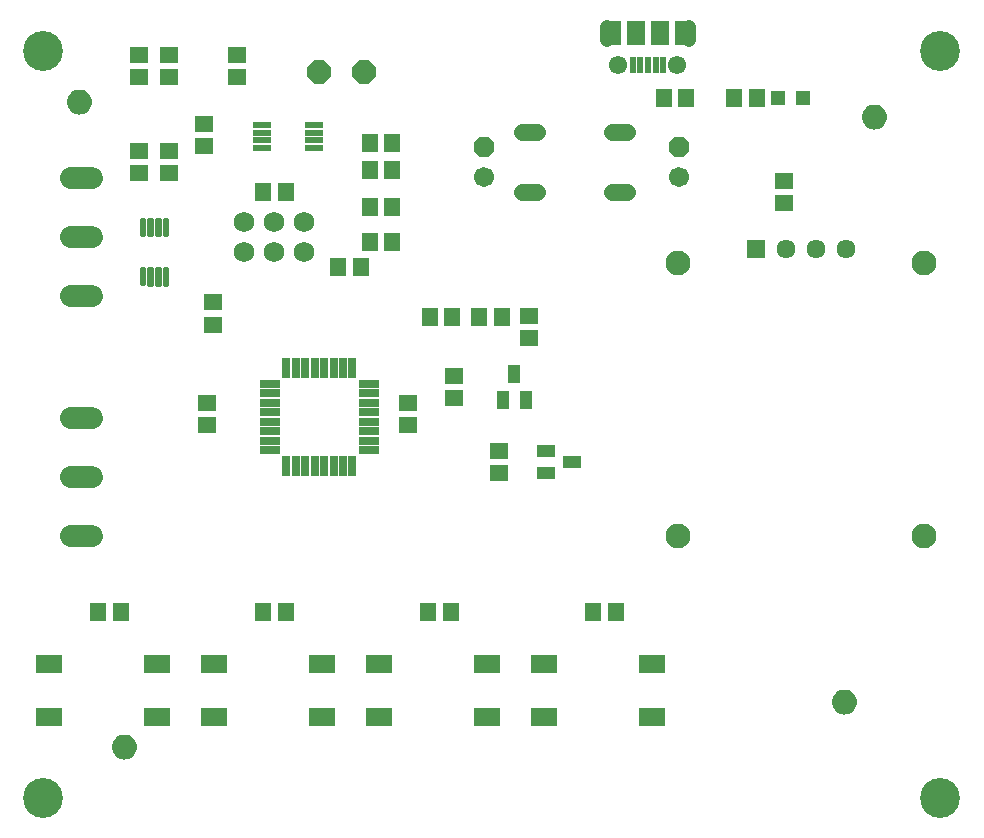
<source format=gts>
G04 EAGLE Gerber RS-274X export*
G75*
%MOMM*%
%FSLAX34Y34*%
%LPD*%
%INSoldermask Top*%
%IPPOS*%
%AMOC8*
5,1,8,0,0,1.08239X$1,22.5*%
G01*
%ADD10C,3.378200*%
%ADD11R,1.401600X1.601600*%
%ADD12P,1.842011X8X112.500000*%
%ADD13C,1.701800*%
%ADD14R,1.601600X1.401600*%
%ADD15C,1.422400*%
%ADD16C,1.727200*%
%ADD17C,1.551600*%
%ADD18R,0.501600X1.451600*%
%ADD19R,1.601600X2.001600*%
%ADD20R,1.301600X2.001600*%
%ADD21C,1.209600*%
%ADD22P,2.199416X8X22.500000*%
%ADD23R,1.301600X1.301600*%
%ADD24R,1.101600X1.501600*%
%ADD25R,1.501600X1.101600*%
%ADD26C,1.901600*%
%ADD27R,2.209800X1.498600*%
%ADD28R,1.609600X1.609600*%
%ADD29C,1.609600*%
%ADD30C,2.101600*%
%ADD31C,0.327659*%
%ADD32C,0.322197*%
%ADD33R,1.701600X0.651600*%
%ADD34R,0.651600X1.701600*%
%ADD35R,1.600200X0.533400*%

G36*
X65292Y611820D02*
X65292Y611820D01*
X65335Y611832D01*
X65401Y611839D01*
X67084Y612290D01*
X67125Y612309D01*
X67188Y612328D01*
X68768Y613065D01*
X68805Y613091D01*
X68864Y613120D01*
X70292Y614120D01*
X70323Y614152D01*
X70376Y614191D01*
X71609Y615424D01*
X71634Y615460D01*
X71680Y615508D01*
X72680Y616936D01*
X72698Y616977D01*
X72735Y617032D01*
X73472Y618612D01*
X73483Y618655D01*
X73510Y618716D01*
X73961Y620399D01*
X73963Y620431D01*
X73970Y620452D01*
X73970Y620467D01*
X73980Y620508D01*
X74132Y622245D01*
X74128Y622289D01*
X74132Y622355D01*
X73980Y624092D01*
X73968Y624135D01*
X73961Y624201D01*
X73510Y625884D01*
X73491Y625925D01*
X73472Y625988D01*
X72735Y627568D01*
X72709Y627605D01*
X72680Y627664D01*
X71680Y629092D01*
X71648Y629123D01*
X71609Y629176D01*
X70376Y630409D01*
X70340Y630434D01*
X70292Y630480D01*
X68864Y631480D01*
X68823Y631498D01*
X68768Y631535D01*
X67188Y632272D01*
X67145Y632283D01*
X67084Y632310D01*
X65401Y632761D01*
X65356Y632764D01*
X65292Y632780D01*
X63555Y632932D01*
X63511Y632928D01*
X63445Y632932D01*
X61708Y632780D01*
X61665Y632768D01*
X61599Y632761D01*
X59916Y632310D01*
X59875Y632291D01*
X59812Y632272D01*
X58232Y631535D01*
X58195Y631509D01*
X58136Y631480D01*
X56708Y630480D01*
X56677Y630448D01*
X56624Y630409D01*
X55391Y629176D01*
X55366Y629140D01*
X55320Y629092D01*
X54320Y627664D01*
X54302Y627623D01*
X54265Y627568D01*
X53528Y625988D01*
X53517Y625945D01*
X53490Y625884D01*
X53039Y624201D01*
X53036Y624156D01*
X53020Y624092D01*
X52868Y622355D01*
X52872Y622311D01*
X52868Y622245D01*
X53020Y620508D01*
X53032Y620465D01*
X53036Y620431D01*
X53036Y620415D01*
X53038Y620410D01*
X53039Y620399D01*
X53490Y618716D01*
X53509Y618675D01*
X53528Y618612D01*
X54265Y617032D01*
X54291Y616995D01*
X54320Y616936D01*
X55320Y615508D01*
X55352Y615477D01*
X55391Y615424D01*
X56624Y614191D01*
X56660Y614166D01*
X56708Y614120D01*
X58136Y613120D01*
X58177Y613102D01*
X58232Y613065D01*
X59812Y612328D01*
X59855Y612317D01*
X59916Y612290D01*
X61599Y611839D01*
X61644Y611836D01*
X61708Y611820D01*
X63445Y611668D01*
X63489Y611672D01*
X63555Y611668D01*
X65292Y611820D01*
G37*
G36*
X738392Y599120D02*
X738392Y599120D01*
X738435Y599132D01*
X738501Y599139D01*
X740184Y599590D01*
X740225Y599609D01*
X740288Y599628D01*
X741868Y600365D01*
X741905Y600391D01*
X741964Y600420D01*
X743392Y601420D01*
X743423Y601452D01*
X743476Y601491D01*
X744709Y602724D01*
X744734Y602760D01*
X744780Y602808D01*
X745780Y604236D01*
X745798Y604277D01*
X745835Y604332D01*
X746572Y605912D01*
X746583Y605955D01*
X746610Y606016D01*
X747061Y607699D01*
X747063Y607731D01*
X747070Y607752D01*
X747070Y607767D01*
X747080Y607808D01*
X747232Y609545D01*
X747228Y609589D01*
X747232Y609655D01*
X747080Y611392D01*
X747068Y611435D01*
X747061Y611501D01*
X746610Y613184D01*
X746591Y613225D01*
X746572Y613288D01*
X745835Y614868D01*
X745809Y614905D01*
X745780Y614964D01*
X744780Y616392D01*
X744748Y616423D01*
X744709Y616476D01*
X743476Y617709D01*
X743440Y617734D01*
X743392Y617780D01*
X741964Y618780D01*
X741923Y618798D01*
X741868Y618835D01*
X740288Y619572D01*
X740245Y619583D01*
X740184Y619610D01*
X738501Y620061D01*
X738456Y620064D01*
X738392Y620080D01*
X736655Y620232D01*
X736611Y620228D01*
X736545Y620232D01*
X734808Y620080D01*
X734765Y620068D01*
X734699Y620061D01*
X733016Y619610D01*
X732975Y619591D01*
X732912Y619572D01*
X731332Y618835D01*
X731295Y618809D01*
X731236Y618780D01*
X729808Y617780D01*
X729777Y617748D01*
X729724Y617709D01*
X728491Y616476D01*
X728466Y616440D01*
X728420Y616392D01*
X727420Y614964D01*
X727402Y614923D01*
X727365Y614868D01*
X726628Y613288D01*
X726617Y613245D01*
X726590Y613184D01*
X726139Y611501D01*
X726136Y611456D01*
X726120Y611392D01*
X725968Y609655D01*
X725972Y609611D01*
X725968Y609545D01*
X726120Y607808D01*
X726132Y607765D01*
X726136Y607731D01*
X726136Y607715D01*
X726138Y607710D01*
X726139Y607699D01*
X726590Y606016D01*
X726609Y605975D01*
X726628Y605912D01*
X727365Y604332D01*
X727391Y604295D01*
X727420Y604236D01*
X728420Y602808D01*
X728452Y602777D01*
X728491Y602724D01*
X729724Y601491D01*
X729760Y601466D01*
X729808Y601420D01*
X731236Y600420D01*
X731277Y600402D01*
X731332Y600365D01*
X732912Y599628D01*
X732955Y599617D01*
X733016Y599590D01*
X734699Y599139D01*
X734744Y599136D01*
X734808Y599120D01*
X736545Y598968D01*
X736589Y598972D01*
X736655Y598968D01*
X738392Y599120D01*
G37*
G36*
X712992Y103820D02*
X712992Y103820D01*
X713035Y103832D01*
X713101Y103839D01*
X714784Y104290D01*
X714825Y104309D01*
X714888Y104328D01*
X716468Y105065D01*
X716505Y105091D01*
X716564Y105120D01*
X717992Y106120D01*
X718023Y106152D01*
X718076Y106191D01*
X719309Y107424D01*
X719334Y107460D01*
X719380Y107508D01*
X720380Y108936D01*
X720398Y108977D01*
X720435Y109032D01*
X721172Y110612D01*
X721183Y110655D01*
X721210Y110716D01*
X721661Y112399D01*
X721663Y112431D01*
X721670Y112452D01*
X721670Y112467D01*
X721680Y112508D01*
X721832Y114245D01*
X721828Y114289D01*
X721832Y114355D01*
X721680Y116092D01*
X721668Y116135D01*
X721661Y116201D01*
X721210Y117884D01*
X721191Y117925D01*
X721172Y117988D01*
X720435Y119568D01*
X720409Y119605D01*
X720380Y119664D01*
X719380Y121092D01*
X719348Y121123D01*
X719309Y121176D01*
X718076Y122409D01*
X718040Y122434D01*
X717992Y122480D01*
X716564Y123480D01*
X716523Y123498D01*
X716468Y123535D01*
X714888Y124272D01*
X714845Y124283D01*
X714784Y124310D01*
X713101Y124761D01*
X713056Y124764D01*
X712992Y124780D01*
X711255Y124932D01*
X711211Y124928D01*
X711145Y124932D01*
X709408Y124780D01*
X709365Y124768D01*
X709299Y124761D01*
X707616Y124310D01*
X707575Y124291D01*
X707512Y124272D01*
X705932Y123535D01*
X705895Y123509D01*
X705836Y123480D01*
X704408Y122480D01*
X704377Y122448D01*
X704324Y122409D01*
X703091Y121176D01*
X703066Y121140D01*
X703020Y121092D01*
X702020Y119664D01*
X702002Y119623D01*
X701965Y119568D01*
X701228Y117988D01*
X701217Y117945D01*
X701190Y117884D01*
X700739Y116201D01*
X700736Y116156D01*
X700720Y116092D01*
X700568Y114355D01*
X700572Y114311D01*
X700568Y114245D01*
X700720Y112508D01*
X700732Y112465D01*
X700736Y112431D01*
X700736Y112415D01*
X700738Y112410D01*
X700739Y112399D01*
X701190Y110716D01*
X701209Y110675D01*
X701228Y110612D01*
X701965Y109032D01*
X701991Y108995D01*
X702020Y108936D01*
X703020Y107508D01*
X703052Y107477D01*
X703091Y107424D01*
X704324Y106191D01*
X704360Y106166D01*
X704408Y106120D01*
X705836Y105120D01*
X705877Y105102D01*
X705932Y105065D01*
X707512Y104328D01*
X707555Y104317D01*
X707616Y104290D01*
X709299Y103839D01*
X709344Y103836D01*
X709408Y103820D01*
X711145Y103668D01*
X711189Y103672D01*
X711255Y103668D01*
X712992Y103820D01*
G37*
G36*
X103392Y65720D02*
X103392Y65720D01*
X103435Y65732D01*
X103501Y65739D01*
X105184Y66190D01*
X105225Y66209D01*
X105288Y66228D01*
X106868Y66965D01*
X106905Y66991D01*
X106964Y67020D01*
X108392Y68020D01*
X108423Y68052D01*
X108476Y68091D01*
X109709Y69324D01*
X109734Y69360D01*
X109780Y69408D01*
X110780Y70836D01*
X110798Y70877D01*
X110835Y70932D01*
X111572Y72512D01*
X111583Y72555D01*
X111610Y72616D01*
X112061Y74299D01*
X112063Y74331D01*
X112070Y74352D01*
X112070Y74367D01*
X112080Y74408D01*
X112232Y76145D01*
X112228Y76189D01*
X112232Y76255D01*
X112080Y77992D01*
X112068Y78035D01*
X112061Y78101D01*
X111610Y79784D01*
X111591Y79825D01*
X111572Y79888D01*
X110835Y81468D01*
X110809Y81505D01*
X110780Y81564D01*
X109780Y82992D01*
X109748Y83023D01*
X109709Y83076D01*
X108476Y84309D01*
X108440Y84334D01*
X108392Y84380D01*
X106964Y85380D01*
X106923Y85398D01*
X106868Y85435D01*
X105288Y86172D01*
X105245Y86183D01*
X105184Y86210D01*
X103501Y86661D01*
X103456Y86664D01*
X103392Y86680D01*
X101655Y86832D01*
X101611Y86828D01*
X101545Y86832D01*
X99808Y86680D01*
X99765Y86668D01*
X99699Y86661D01*
X98016Y86210D01*
X97975Y86191D01*
X97912Y86172D01*
X96332Y85435D01*
X96295Y85409D01*
X96236Y85380D01*
X94808Y84380D01*
X94777Y84348D01*
X94724Y84309D01*
X93491Y83076D01*
X93466Y83040D01*
X93420Y82992D01*
X92420Y81564D01*
X92402Y81523D01*
X92365Y81468D01*
X91628Y79888D01*
X91617Y79845D01*
X91590Y79784D01*
X91139Y78101D01*
X91136Y78056D01*
X91120Y77992D01*
X90968Y76255D01*
X90972Y76211D01*
X90968Y76145D01*
X91120Y74408D01*
X91132Y74365D01*
X91136Y74331D01*
X91136Y74315D01*
X91138Y74310D01*
X91139Y74299D01*
X91590Y72616D01*
X91609Y72575D01*
X91628Y72512D01*
X92365Y70932D01*
X92391Y70895D01*
X92420Y70836D01*
X93420Y69408D01*
X93452Y69377D01*
X93491Y69324D01*
X94724Y68091D01*
X94760Y68066D01*
X94808Y68020D01*
X96236Y67020D01*
X96277Y67002D01*
X96332Y66965D01*
X97912Y66228D01*
X97955Y66217D01*
X98016Y66190D01*
X99699Y65739D01*
X99744Y65736D01*
X99808Y65720D01*
X101545Y65568D01*
X101589Y65572D01*
X101655Y65568D01*
X103392Y65720D01*
G37*
D10*
X33020Y33020D03*
X792480Y33020D03*
X792480Y665480D03*
X33020Y665480D03*
D11*
X377800Y190500D03*
X358800Y190500D03*
X558190Y626110D03*
X577190Y626110D03*
D12*
X571500Y584200D03*
D13*
X571500Y558800D03*
D12*
X406400Y584200D03*
D13*
X406400Y558800D03*
D11*
X309270Y504190D03*
X328270Y504190D03*
X238100Y190500D03*
X219100Y190500D03*
X98400Y190500D03*
X79400Y190500D03*
X517500Y190500D03*
X498500Y190500D03*
D14*
X176530Y452730D03*
X176530Y433730D03*
D11*
X219100Y546100D03*
X238100Y546100D03*
D15*
X437896Y546100D02*
X451104Y546100D01*
X514096Y546100D02*
X527304Y546100D01*
X527304Y596900D02*
X514096Y596900D01*
X451104Y596900D02*
X437896Y596900D01*
D16*
X228600Y495300D03*
X228600Y520700D03*
X203200Y520700D03*
X203200Y495300D03*
X254000Y495300D03*
X254000Y520700D03*
D17*
X569830Y653410D03*
X519830Y653410D03*
D18*
X557830Y653410D03*
X551330Y653410D03*
X544830Y653410D03*
X538330Y653410D03*
X531830Y653410D03*
D19*
X554830Y680410D03*
X534830Y680410D03*
D20*
X573830Y680410D03*
X515830Y680410D03*
D21*
X579830Y685950D02*
X579830Y674870D01*
X509830Y674870D02*
X509830Y685950D01*
D22*
X304800Y647700D03*
X266700Y647700D03*
D23*
X675980Y626110D03*
X654980Y626110D03*
D24*
X431800Y392000D03*
X441300Y370000D03*
X422300Y370000D03*
D25*
X480900Y317500D03*
X458900Y308000D03*
X458900Y327000D03*
D26*
X74000Y354800D02*
X56000Y354800D01*
X56000Y304800D02*
X74000Y304800D01*
X74000Y254800D02*
X56000Y254800D01*
D11*
X636880Y626110D03*
X617880Y626110D03*
D14*
X660400Y536600D03*
X660400Y555600D03*
X168910Y584860D03*
X168910Y603860D03*
D11*
X328270Y533400D03*
X309270Y533400D03*
X328270Y588010D03*
X309270Y588010D03*
X309270Y565150D03*
X328270Y565150D03*
X379070Y440690D03*
X360070Y440690D03*
D14*
X341630Y367640D03*
X341630Y348640D03*
X381000Y371500D03*
X381000Y390500D03*
X419100Y308000D03*
X419100Y327000D03*
D26*
X74000Y558000D02*
X56000Y558000D01*
X56000Y508000D02*
X74000Y508000D01*
X74000Y458000D02*
X56000Y458000D01*
D14*
X114300Y643280D03*
X114300Y662280D03*
X139700Y562000D03*
X139700Y581000D03*
X139700Y643280D03*
X139700Y662280D03*
X114300Y562000D03*
X114300Y581000D03*
D11*
X282600Y482600D03*
X301600Y482600D03*
D14*
X444500Y422300D03*
X444500Y441300D03*
D11*
X420980Y440690D03*
X401980Y440690D03*
D27*
X177800Y101600D03*
X268986Y101600D03*
X177800Y146558D03*
X268986Y146558D03*
X457200Y101600D03*
X548386Y101600D03*
X457200Y146558D03*
X548386Y146558D03*
X317500Y101600D03*
X408686Y101600D03*
X317500Y146558D03*
X408686Y146558D03*
X38100Y101600D03*
X129286Y101600D03*
X38100Y146558D03*
X129286Y146558D03*
D28*
X636270Y497840D03*
D29*
X661670Y497840D03*
X687070Y497840D03*
X712470Y497840D03*
D30*
X570230Y486410D03*
X778510Y486410D03*
X778510Y255270D03*
X570230Y255270D03*
D31*
X118342Y467880D02*
X118342Y480620D01*
X118342Y467880D02*
X116158Y467880D01*
X116158Y480620D01*
X118342Y480620D01*
X118342Y470993D02*
X116158Y470993D01*
X116158Y474106D02*
X118342Y474106D01*
X118342Y477219D02*
X116158Y477219D01*
X116158Y480332D02*
X118342Y480332D01*
D32*
X124869Y480647D02*
X124869Y467853D01*
X122631Y467853D01*
X122631Y480647D01*
X124869Y480647D01*
X124869Y470914D02*
X122631Y470914D01*
X122631Y473975D02*
X124869Y473975D01*
X124869Y477036D02*
X122631Y477036D01*
X122631Y480097D02*
X124869Y480097D01*
X131369Y480647D02*
X131369Y467853D01*
X129131Y467853D01*
X129131Y480647D01*
X131369Y480647D01*
X131369Y470914D02*
X129131Y470914D01*
X129131Y473975D02*
X131369Y473975D01*
X131369Y477036D02*
X129131Y477036D01*
X129131Y480097D02*
X131369Y480097D01*
X137869Y480647D02*
X137869Y467853D01*
X135631Y467853D01*
X135631Y480647D01*
X137869Y480647D01*
X137869Y470914D02*
X135631Y470914D01*
X135631Y473975D02*
X137869Y473975D01*
X137869Y477036D02*
X135631Y477036D01*
X135631Y480097D02*
X137869Y480097D01*
X135631Y509953D02*
X135631Y522747D01*
X137869Y522747D01*
X137869Y509953D01*
X135631Y509953D01*
X135631Y513014D02*
X137869Y513014D01*
X137869Y516075D02*
X135631Y516075D01*
X135631Y519136D02*
X137869Y519136D01*
X137869Y522197D02*
X135631Y522197D01*
X129131Y522747D02*
X129131Y509953D01*
X129131Y522747D02*
X131369Y522747D01*
X131369Y509953D01*
X129131Y509953D01*
X129131Y513014D02*
X131369Y513014D01*
X131369Y516075D02*
X129131Y516075D01*
X129131Y519136D02*
X131369Y519136D01*
X131369Y522197D02*
X129131Y522197D01*
X122631Y522747D02*
X122631Y509953D01*
X122631Y522747D02*
X124869Y522747D01*
X124869Y509953D01*
X122631Y509953D01*
X122631Y513014D02*
X124869Y513014D01*
X124869Y516075D02*
X122631Y516075D01*
X122631Y519136D02*
X124869Y519136D01*
X124869Y522197D02*
X122631Y522197D01*
X116131Y522747D02*
X116131Y509953D01*
X116131Y522747D02*
X118369Y522747D01*
X118369Y509953D01*
X116131Y509953D01*
X116131Y513014D02*
X118369Y513014D01*
X118369Y516075D02*
X116131Y516075D01*
X116131Y519136D02*
X118369Y519136D01*
X118369Y522197D02*
X116131Y522197D01*
D33*
X308500Y327600D03*
X308500Y335600D03*
X308500Y343600D03*
X308500Y351600D03*
X308500Y359600D03*
X308500Y367600D03*
X308500Y375600D03*
X308500Y383600D03*
D34*
X294700Y397400D03*
X286700Y397400D03*
X278700Y397400D03*
X270700Y397400D03*
X262700Y397400D03*
X254700Y397400D03*
X246700Y397400D03*
X238700Y397400D03*
D33*
X224900Y383600D03*
X224900Y375600D03*
X224900Y367600D03*
X224900Y359600D03*
X224900Y351600D03*
X224900Y343600D03*
X224900Y335600D03*
X224900Y327600D03*
D34*
X238700Y313800D03*
X246700Y313800D03*
X254700Y313800D03*
X262700Y313800D03*
X270700Y313800D03*
X278700Y313800D03*
X286700Y313800D03*
X294700Y313800D03*
D35*
X218186Y602742D03*
X218186Y596392D03*
X218186Y589788D03*
X218186Y583438D03*
X261874Y583438D03*
X261874Y589788D03*
X261874Y596392D03*
X261874Y602742D03*
D14*
X196850Y662280D03*
X196850Y643280D03*
X171450Y348640D03*
X171450Y367640D03*
M02*

</source>
